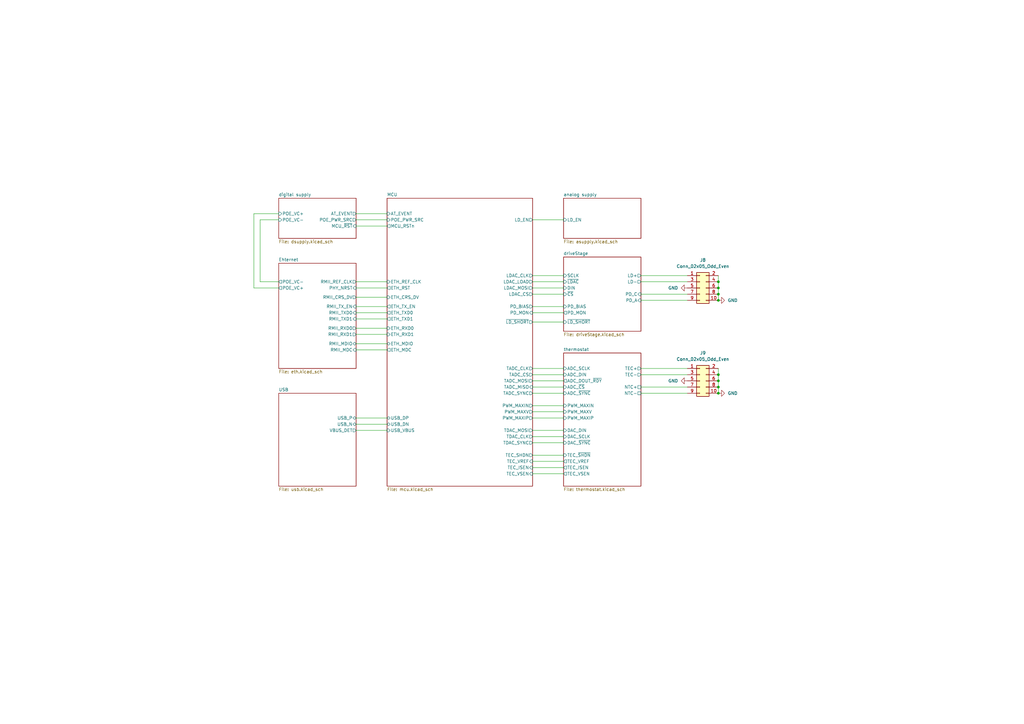
<source format=kicad_sch>
(kicad_sch (version 20211123) (generator eeschema)
  (paper "A3")
  (title_block (title "Kirdy") (date "2022-07-03") (rev "r0.1") (company "M-Labs") (comment 1 "Alex Wong Tat Hang"))
  (lib_symbols
    (symbol "Connector_Generic:Conn_02x05_Odd_Even" (pin_names (offset 1.016) hide)
      (property "Reference" "J" (at 1.27 7.62 0))
      (property "Value" "Conn_02x05_Odd_Even" (at 1.27 -7.62 0))
      (symbol "Conn_02x05_Odd_Even_1_1"
        (rectangle (start -1.27 -4.953) (end 0 -5.207) (stroke (width 0.1524)))
        (rectangle (start -1.27 -2.413) (end 0 -2.667) (stroke (width 0.1524)))
        (rectangle (start -1.27 0.127) (end 0 -0.127) (stroke (width 0.1524)))
        (rectangle (start -1.27 2.667) (end 0 2.413) (stroke (width 0.1524)))
        (rectangle (start -1.27 5.207) (end 0 4.953) (stroke (width 0.1524)))
        (rectangle (start -1.27 6.35) (end 3.81 -6.35) (stroke (width 0.254)) (fill (type background)))
        (rectangle (start 3.81 -4.953) (end 2.54 -5.207) (stroke (width 0.1524)))
        (rectangle (start 3.81 -2.413) (end 2.54 -2.667) (stroke (width 0.1524)))
        (rectangle (start 3.81 0.127) (end 2.54 -0.127) (stroke (width 0.1524)))
        (rectangle (start 3.81 2.667) (end 2.54 2.413) (stroke (width 0.1524)))
        (rectangle (start 3.81 5.207) (end 2.54 4.953) (stroke (width 0.1524)))
        (pin passive line (at -5.08 5.08 0) (length 3.81) (name "Pin_1") (number "1"))
        (pin passive line (at 7.62 -5.08 180) (length 3.81) (name "Pin_10") (number "10"))
        (pin passive line (at 7.62 5.08 180) (length 3.81) (name "Pin_2") (number "2"))
        (pin passive line (at -5.08 2.54 0) (length 3.81) (name "Pin_3") (number "3"))
        (pin passive line (at 7.62 2.54 180) (length 3.81) (name "Pin_4") (number "4"))
        (pin passive line (at -5.08 0 0) (length 3.81) (name "Pin_5") (number "5"))
        (pin passive line (at 7.62 0 180) (length 3.81) (name "Pin_6") (number "6"))
        (pin passive line (at -5.08 -2.54 0) (length 3.81) (name "Pin_7") (number "7"))
        (pin passive line (at 7.62 -2.54 180) (length 3.81) (name "Pin_8") (number "8"))
        (pin passive line (at -5.08 -5.08 0) (length 3.81) (name "Pin_9") (number "9"))
      )
    )
    (symbol "power:GND" (power) (pin_names (offset 0))
      (property "Value" "GND" (at 0 -3.81 0))
      (symbol "GND_0_1"
        (polyline (pts (xy 0 0) (xy 0 -1.27) (xy 1.27 -1.27) (xy 0 -2.54) (xy -1.27 -1.27) (xy 0 -1.27)))
      )
      (symbol "GND_1_1"
        (pin power_in line (at 0 0 270) (length 0) hide (name "GND") (number "1"))
      )
    )
  )
  (junction (at 294.64 161.29))
  (junction (at 294.64 118.11))
  (junction (at 294.64 158.75))
  (junction (at 294.64 156.21))
  (junction (at 294.64 120.65))
  (junction (at 294.64 115.57))
  (junction (at 294.64 153.67))
  (junction (at 294.64 123.19))
  (wire (pts (xy 146.05 176.53) (xy 158.75 176.53)))
  (wire (pts (xy 294.64 153.67) (xy 294.64 156.21)))
  (wire (pts (xy 218.44 168.91) (xy 231.14 168.91)))
  (wire (pts (xy 218.44 176.53) (xy 231.14 176.53)))
  (wire (pts (xy 294.64 115.57) (xy 294.64 118.11)))
  (wire (pts (xy 146.05 125.73) (xy 158.75 125.73)))
  (wire (pts (xy 262.89 123.19) (xy 281.94 123.19)))
  (wire (pts (xy 218.44 151.13) (xy 231.14 151.13)))
  (wire (pts (xy 146.05 173.99) (xy 158.75 173.99)))
  (wire (pts (xy 218.44 161.29) (xy 231.14 161.29)))
  (wire (pts (xy 146.05 115.57) (xy 158.75 115.57)))
  (wire (pts (xy 218.44 90.17) (xy 231.14 90.17)))
  (wire (pts (xy 218.44 171.45) (xy 231.14 171.45)))
  (wire (pts (xy 146.05 140.97) (xy 158.75 140.97)))
  (wire (pts (xy 218.44 194.31) (xy 231.14 194.31)))
  (wire (pts (xy 218.44 153.67) (xy 231.14 153.67)))
  (wire (pts (xy 104.14 118.11) (xy 104.14 87.63)))
  (wire (pts (xy 218.44 166.37) (xy 231.14 166.37)))
  (wire (pts (xy 218.44 189.23) (xy 231.14 189.23)))
  (wire (pts (xy 218.44 179.07) (xy 231.14 179.07)))
  (wire (pts (xy 262.89 161.29) (xy 281.94 161.29)))
  (wire (pts (xy 146.05 121.92) (xy 158.75 121.92)))
  (wire (pts (xy 146.05 171.45) (xy 158.75 171.45)))
  (wire (pts (xy 146.05 87.63) (xy 158.75 87.63)))
  (wire (pts (xy 262.89 113.03) (xy 281.94 113.03)))
  (wire (pts (xy 146.05 90.17) (xy 158.75 90.17)))
  (wire (pts (xy 294.64 118.11) (xy 294.64 120.65)))
  (wire (pts (xy 106.68 115.57) (xy 106.68 90.17)))
  (wire (pts (xy 146.05 130.81) (xy 158.75 130.81)))
  (wire (pts (xy 218.44 115.57) (xy 231.14 115.57)))
  (wire (pts (xy 262.89 120.65) (xy 281.94 120.65)))
  (wire (pts (xy 106.68 90.17) (xy 114.3 90.17)))
  (wire (pts (xy 146.05 118.11) (xy 158.75 118.11)))
  (wire (pts (xy 146.05 128.27) (xy 158.75 128.27)))
  (wire (pts (xy 294.64 158.75) (xy 294.64 161.29)))
  (wire (pts (xy 114.3 118.11) (xy 104.14 118.11)))
  (wire (pts (xy 262.89 158.75) (xy 281.94 158.75)))
  (wire (pts (xy 218.44 132.08) (xy 231.14 132.08)))
  (wire (pts (xy 146.05 134.62) (xy 158.75 134.62)))
  (wire (pts (xy 218.44 118.11) (xy 231.14 118.11)))
  (wire (pts (xy 294.64 120.65) (xy 294.64 123.19)))
  (wire (pts (xy 218.44 156.21) (xy 231.14 156.21)))
  (wire (pts (xy 218.44 128.27) (xy 231.14 128.27)))
  (wire (pts (xy 218.44 186.69) (xy 231.14 186.69)))
  (wire (pts (xy 218.44 125.73) (xy 231.14 125.73)))
  (wire (pts (xy 218.44 181.61) (xy 231.14 181.61)))
  (wire (pts (xy 218.44 158.75) (xy 231.14 158.75)))
  (wire (pts (xy 294.64 113.03) (xy 294.64 115.57)))
  (wire (pts (xy 218.44 120.65) (xy 231.14 120.65)))
  (wire (pts (xy 104.14 87.63) (xy 114.3 87.63)))
  (wire (pts (xy 262.89 151.13) (xy 281.94 151.13)))
  (wire (pts (xy 114.3 115.57) (xy 106.68 115.57)))
  (wire (pts (xy 262.89 153.67) (xy 281.94 153.67)))
  (wire (pts (xy 294.64 156.21) (xy 294.64 158.75)))
  (wire (pts (xy 146.05 143.51) (xy 158.75 143.51)))
  (wire (pts (xy 262.89 115.57) (xy 281.94 115.57)))
  (wire (pts (xy 218.44 191.77) (xy 231.14 191.77)))
  (wire (pts (xy 146.05 92.71) (xy 158.75 92.71)))
  (wire (pts (xy 218.44 113.03) (xy 231.14 113.03)))
  (wire (pts (xy 294.64 151.13) (xy 294.64 153.67)))
  (wire (pts (xy 146.05 137.16) (xy 158.75 137.16)))
  (symbol (lib_id "Connector_Generic:Conn_02x05_Odd_Even") (at 287.02 156.21 0) (unit 1)
    (property "Reference" "J9" (at 288.29 144.78 0))
    (property "Value" "Conn_02x05_Odd_Even" (at 288.29 147.32 0))
    (property "Footprint" "Connector_PinHeader_2.54mm:PinHeader_2x05_P2.54mm_Vertical_SMD" (effects hide))
    (property "MFR_PN" "3020-10-0300-00" (effects hide))
    (property "MFR_PN_ALT" "SBH11-NBPC-D05-SM-BK" (effects hide))
  )
  (symbol (lib_id "power:GND") (at 294.64 161.29 90) (unit 1)
    (property "Reference" "#PWR0159" (effects hide))
    (property "Value" "GND" (at 298.45 161.2899 90) (effects (justify right)))
  )
  (symbol (lib_id "power:GND") (at 281.94 118.11 270) (unit 1)
    (property "Reference" "#PWR0156" (effects hide))
    (property "Value" "GND" (at 278.13 118.1099 90) (effects (justify right)))
  )
  (symbol (lib_id "power:GND") (at 294.64 123.19 90) (unit 1)
    (property "Reference" "#PWR0158" (effects hide))
    (property "Value" "GND" (at 298.45 123.1899 90) (effects (justify right)))
  )
  (symbol (lib_id "Connector_Generic:Conn_02x05_Odd_Even") (at 287.02 118.11 0) (unit 1)
    (property "Reference" "J8" (at 288.29 106.68 0))
    (property "Value" "Conn_02x05_Odd_Even" (at 288.29 109.22 0))
    (property "Footprint" "Connector_PinHeader_2.54mm:PinHeader_2x05_P2.54mm_Vertical_SMD" (effects hide))
    (property "MFR_PN" "3020-10-0300-00" (effects hide))
    (property "MFR_PN_ALT" "SBH11-NBPC-D05-SM-BK" (effects hide))
  )
  (symbol (lib_id "power:GND") (at 281.94 156.21 270) (unit 1)
    (property "Reference" "#PWR0157" (effects hide))
    (property "Value" "GND" (at 278.13 156.2099 90) (effects (justify right)))
  )
  (sheet (at 114.3 107.95) (size 31.75 43.18) (stroke (width 0.1524))
    (property "Sheet name" "Ehternet" (at 114.3 107.2384 0) (effects (justify left bottom)))
    (property "Sheet file" "eth.kicad_sch" (at 114.3 151.7146 0) (effects (justify left top)))
    (pin "RMII_MDIO" bidirectional (at 146.05 140.97 0))
    (pin "PHY_NRST" input (at 146.05 118.11 0))
    (pin "RMII_MDC" input (at 146.05 143.51 0))
    (pin "RMII_CRS_DV" output (at 146.05 121.92 0))
    (pin "RMII_TX_EN" input (at 146.05 125.73 0))
    (pin "RMII_TXD0" input (at 146.05 128.27 0))
    (pin "RMII_TXD1" input (at 146.05 130.81 0))
    (pin "RMII_RXD0" output (at 146.05 134.62 0))
    (pin "RMII_RXD1" output (at 146.05 137.16 0))
    (pin "POE_VC-" output (at 114.3 115.57 180))
    (pin "POE_VC+" output (at 114.3 118.11 180))
    (pin "RMII_REF_CLK" output (at 146.05 115.57 0))
  )
  (sheet (at 114.3 161.29) (size 31.75 38.1) (stroke (width 0.1524))
    (property "Sheet name" "USB" (at 114.3 160.5784 0) (effects (justify left bottom)))
    (property "Sheet file" "usb.kicad_sch" (at 114.3 199.9746 0) (effects (justify left top)))
    (pin "USB_N" bidirectional (at 146.05 173.99 0))
    (pin "USB_P" bidirectional (at 146.05 171.45 0))
    (pin "VBUS_DET" output (at 146.05 176.53 0))
  )
  (sheet (at 231.14 105.41) (size 31.75 30.48) (stroke (width 0.1524))
    (property "Sheet name" "driveStage" (at 231.14 104.6984 0) (effects (justify left bottom)))
    (property "Sheet file" "driveStage.kicad_sch" (at 231.14 136.4746 0) (effects (justify left top)))
    (pin "LD-" output (at 262.89 115.57 0))
    (pin "LD+" output (at 262.89 113.03 0))
    (pin "SCLK" input (at 231.14 113.03 180))
    (pin "DIN" input (at 231.14 118.11 180))
    (pin "~{LDAC}" input (at 231.14 115.57 180))
    (pin "~{CS}" input (at 231.14 120.65 180))
    (pin "PD_A" input (at 262.89 123.19 0))
    (pin "PD_C" input (at 262.89 120.65 0))
    (pin "PD_BIAS" input (at 231.14 125.73 180))
    (pin "PD_MON" output (at 231.14 128.27 180))
    (pin "~{LD_SHORT}" input (at 231.14 132.08 180))
  )
  (sheet (at 114.3 81.28) (size 31.75 16.51) (stroke (width 0.1524))
    (property "Sheet name" "digital supply" (at 114.3 80.5684 0) (effects (justify left bottom)))
    (property "Sheet file" "dsupply.kicad_sch" (at 114.3 98.3746 0) (effects (justify left top)))
    (pin "POE_VC-" input (at 114.3 90.17 180))
    (pin "MCU_~{RST}" input (at 146.05 92.71 0))
    (pin "POE_VC+" input (at 114.3 87.63 180))
    (pin "POE_PWR_SRC" output (at 146.05 90.17 0))
    (pin "AT_EVENT" output (at 146.05 87.63 0))
  )
  (sheet (at 231.14 144.78) (size 31.75 54.61) (stroke (width 0.1524))
    (property "Sheet name" "thermostat" (at 231.14 144.0684 0) (effects (justify left bottom)))
    (property "Sheet file" "thermostat.kicad_sch" (at 231.14 199.9746 0) (effects (justify left top)))
    (pin "TEC-" output (at 262.89 153.67 0))
    (pin "TEC+" output (at 262.89 151.13 0))
    (pin "NTC-" passive (at 262.89 161.29 0))
    (pin "NTC+" passive (at 262.89 158.75 0))
    (pin "DAC_~{SYNC}" input (at 231.14 181.61 180))
    (pin "DAC_SCLK" input (at 231.14 179.07 180))
    (pin "DAC_DIN" input (at 231.14 176.53 180))
    (pin "PWM_MAXV" input (at 231.14 168.91 180))
    (pin "ADC_SCLK" input (at 231.14 151.13 180))
    (pin "ADC_DIN" input (at 231.14 153.67 180))
    (pin "ADC_DOUT_~{RDY}" output (at 231.14 156.21 180))
    (pin "ADC_~{CS}" input (at 231.14 158.75 180))
    (pin "ADC_~{SYNC}" input (at 231.14 161.29 180))
    (pin "PWM_MAXIN" input (at 231.14 166.37 180))
    (pin "PWM_MAXIP" input (at 231.14 171.45 180))
    (pin "TEC_~{SHDN}" input (at 231.14 186.69 180))
    (pin "TEC_ISEN" output (at 231.14 191.77 180))
    (pin "TEC_VREF" output (at 231.14 189.23 180))
    (pin "TEC_VSEN" output (at 231.14 194.31 180))
  )
  (sheet (at 231.14 81.28) (size 31.75 16.51) (stroke (width 0.1524))
    (property "Sheet name" "analog supply" (at 231.14 80.5684 0) (effects (justify left bottom)))
    (property "Sheet file" "asupply.kicad_sch" (at 231.14 98.3746 0) (effects (justify left top)))
    (pin "LD_EN" input (at 231.14 90.17 180))
  )
  (sheet (at 158.75 81.28) (size 59.69 118.11) (stroke (width 0.1524))
    (property "Sheet name" "MCU" (at 158.75 80.5684 0) (effects (justify left bottom)))
    (property "Sheet file" "mcu.kicad_sch" (at 158.75 199.9746 0) (effects (justify left top)))
    (pin "ETH_RST" output (at 158.75 118.11 180))
    (pin "ETH_MDIO" bidirectional (at 158.75 140.97 180))
    (pin "PD_MON" input (at 218.44 128.27 0))
    (pin "PD_BIAS" output (at 218.44 125.73 0))
    (pin "TEC_SHDN" output (at 218.44 186.69 0))
    (pin "TEC_VREF" input (at 218.44 189.23 0))
    (pin "ETH_CRS_DV" input (at 158.75 121.92 180))
    (pin "USB_VBUS" input (at 158.75 176.53 180))
    (pin "TEC_ISEN" input (at 218.44 191.77 0))
    (pin "TEC_VSEN" input (at 218.44 194.31 0))
    (pin "USB_DP" bidirectional (at 158.75 171.45 180))
    (pin "USB_DN" bidirectional (at 158.75 173.99 180))
    (pin "TADC_CS" output (at 218.44 153.67 0))
    (pin "LDAC_CLK" output (at 218.44 113.03 0))
    (pin "ETH_TX_EN" output (at 158.75 125.73 180))
    (pin "ETH_TXD0" output (at 158.75 128.27 180))
    (pin "ETH_TXD1" output (at 158.75 130.81 180))
    (pin "LDAC_LOAD" output (at 218.44 115.57 0))
    (pin "AT_EVENT" input (at 158.75 87.63 180))
    (pin "POE_PWR_SRC" input (at 158.75 90.17 180))
    (pin "ETH_RXD0" input (at 158.75 134.62 180))
    (pin "ETH_RXD1" input (at 158.75 137.16 180))
    (pin "LDAC_MOSI" output (at 218.44 118.11 0))
    (pin "TADC_MOSI" output (at 218.44 156.21 0))
    (pin "TADC_MISO" input (at 218.44 158.75 0))
    (pin "PWM_MAXIP" output (at 218.44 171.45 0))
    (pin "ETH_MDC" output (at 158.75 143.51 180))
    (pin "LDAC_CS" output (at 218.44 120.65 0))
    (pin "TADC_SYNC" output (at 218.44 161.29 0))
    (pin "TDAC_CLK" output (at 218.44 179.07 0))
    (pin "TDAC_SYNC" output (at 218.44 181.61 0))
    (pin "TDAC_MOSI" output (at 218.44 176.53 0))
    (pin "PWM_MAXIN" output (at 218.44 166.37 0))
    (pin "PWM_MAXV" output (at 218.44 168.91 0))
    (pin "TADC_CLK" output (at 218.44 151.13 0))
    (pin "ETH_REF_CLK" input (at 158.75 115.57 180))
    (pin "MCU_RSTn" output (at 158.75 92.71 180))
    (pin "LD_EN" output (at 218.44 90.17 0))
    (pin "~{LD_SHORT}" output (at 218.44 132.08 0))
  )
)
</source>
